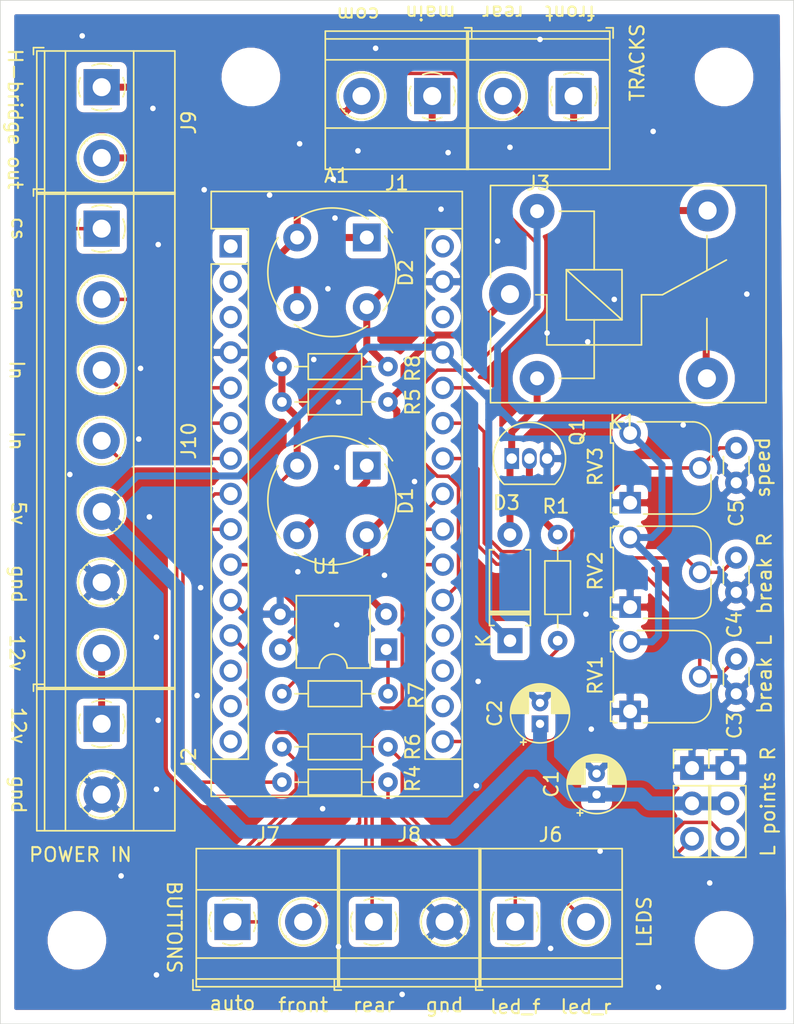
<source format=kicad_pcb>
(kicad_pcb (version 20171130) (host pcbnew "(5.1.6)-1")
  (layers (0 F.Cu signal) (31 B.Cu signal) (34 B.Paste user) (35 F.Paste user) (36 B.SilkS user) (37 F.SilkS user) (38 B.Mask user) (39 F.Mask user) (44 Edge.Cuts user))
  (net 0 "")
  (net 1 +5V)
  (net 2 GND)
  (net 3 "Net-(A1-Pad28)")
  (net 4 /detector)
  (net 5 /status2)
  (net 6 /status1)
  (net 7 /sw2)
  (net 8 /sw1)
  (net 9 /IN2)
  (net 10 /auto_manual)
  (net 11 /IN1)
  (net 12 /speed)
  (net 13 "Net-(A1-Pad3)")
  (net 14 "Net-(A1-Pad18)")
  (net 15 "Net-(A1-Pad2)")
  (net 16 "Net-(A1-Pad17)")
  (net 17 "Net-(A1-Pad1)")
  (net 18 "Net-(D1-Pad1)")
  (net 19 "Net-(D2-Pad1)")
  (net 20 "Net-(D3-Pad2)")
  (net 21 /blue)
  (net 22 "Net-(Q1-Pad2)")
  (net 23 "Net-(R7-Pad2)")
  (net 24 /servo1)
  (net 25 /servo2)
  (net 26 /runout2)
  (net 27 /runout1)
  (net 28 "Net-(A1-Pad19)")
  (net 29 /enable)
  (net 30 /led1)
  (net 31 /led2)
  (net 32 /relayPin)
  (net 33 /JP3)
  (net 34 /JP2)
  (net 35 /JP1)
  (net 36 /shortCircuit)
  (net 37 /redIn)
  (net 38 /slidings)
  (net 39 /redOut)
  (net 40 /frontTrack)
  (net 41 /rearTrack)
  (net 42 "Net-(A1-Pad30)")
  (net 43 +12V)
  (module Capacitor_THT:CP_Radial_D4.0mm_P1.50mm (layer F.Cu) (at 104.775 92.456 90)
    (fp_text reference C2 (at 0.75 -3.25 90) (layer F.SilkS))
    (fp_text value CP)
    (pad 2 thru_hole circle (at 1.5 0 90) (size 1.2 1.2) (drill 0.6) (layers *.Cu *.Mask) (net 2 GND))
    (pad 1 thru_hole rect (at 0 0 90) (size 1.2 1.2) (drill 0.6) (layers *.Cu *.Mask) (net 1 +5V))
  )
  (module Capacitor_THT:CP_Radial_D4.0mm_P1.50mm (layer F.Cu) (at 108.839 97.536 90)
    (fp_text reference C1 (at 0.75 -3.25 90) (layer F.SilkS))
    (fp_text value CP)
    (pad 2 thru_hole circle (at 1.5 0 90) (size 1.2 1.2) (drill 0.6) (layers *.Cu *.Mask) (net 2 GND))
    (pad 1 thru_hole rect (at 0 0 90) (size 1.2 1.2) (drill 0.6) (layers *.Cu *.Mask) (net 1 +5V))
  )
  (module MountingHole:MountingHole_3.2mm_M3 (layer F.Cu) (at 118 46)
    (fp_text reference REF**)
    (fp_text value MountingHole_3.2mm_M3)
    (pad 1 np_thru_hole circle (at 0 0) (size 3.2 3.2) (drill 3.2) (layers *.Cu *.Mask))
  )
  (module MountingHole:MountingHole_3.2mm_M3 (layer F.Cu) (at 118 108)
    (fp_text reference REF**)
    (fp_text value MountingHole_3.2mm_M3)
    (pad 1 np_thru_hole circle (at 0 0) (size 3.2 3.2) (drill 3.2) (layers *.Cu *.Mask))
  )
  (module MountingHole:MountingHole_3.2mm_M3 (layer F.Cu) (at 84 46)
    (fp_text reference REF**)
    (fp_text value MountingHole_3.2mm_M3)
    (pad 1 np_thru_hole circle (at 0 0) (size 3.2 3.2) (drill 3.2) (layers *.Cu *.Mask))
  )
  (module MountingHole:MountingHole_3.2mm_M3 (layer F.Cu) (at 71.5 108)
    (fp_text reference REF**)
    (fp_text value MountingHole_3.2mm_M3)
    (pad 1 np_thru_hole circle (at 0 0) (size 3.2 3.2) (drill 3.2) (layers *.Cu *.Mask))
  )
  (module Package_DIP:DIP-4_W7.62mm (layer F.Cu) (at 93.726 87.122 180)
    (fp_text reference U1 (at 4.318 5.969) (layer F.SilkS))
    (fp_text value EL814)
    (pad 4 thru_hole oval (at 7.62 0 180) (size 1.6 1.6) (drill 0.8) (layers *.Cu *.Mask) (net 4 /detector))
    (pad 2 thru_hole oval (at 0 2.54 180) (size 1.6 1.6) (drill 0.8) (layers *.Cu *.Mask) (net 38 /slidings))
    (pad 3 thru_hole oval (at 7.62 2.54 180) (size 1.6 1.6) (drill 0.8) (layers *.Cu *.Mask) (net 2 GND))
    (pad 1 thru_hole rect (at 0 0 180) (size 1.6 1.6) (drill 0.8) (layers *.Cu *.Mask) (net 23 "Net-(R7-Pad2)"))
  )
  (module Potentiometer_THT:Potentiometer_Runtron_RM-065_Vertical (layer F.Cu) (at 111.252 76.581 90)
    (fp_text reference RV3 (at 2.6 -2.5 90) (layer F.SilkS))
    (fp_text value R_POT)
    (pad 2 thru_hole circle (at 2.5 5 90) (size 1.55 1.55) (drill 1) (layers *.Cu *.Mask) (net 12 /speed))
    (pad 1 thru_hole rect (at 0 0 90) (size 1.55 1.55) (drill 1) (layers *.Cu *.Mask) (net 2 GND))
    (pad 3 thru_hole circle (at 5 0 90) (size 1.55 1.55) (drill 1) (layers *.Cu *.Mask) (net 1 +5V))
  )
  (module Potentiometer_THT:Potentiometer_Runtron_RM-065_Vertical (layer F.Cu) (at 111.252 84.074 90)
    (fp_text reference RV2 (at 2.6 -2.5 90) (layer F.SilkS))
    (fp_text value R_POT)
    (pad 2 thru_hole circle (at 2.5 5 90) (size 1.55 1.55) (drill 1) (layers *.Cu *.Mask) (net 26 /runout2))
    (pad 1 thru_hole rect (at 0 0 90) (size 1.55 1.55) (drill 1) (layers *.Cu *.Mask) (net 2 GND))
    (pad 3 thru_hole circle (at 5 0 90) (size 1.55 1.55) (drill 1) (layers *.Cu *.Mask) (net 1 +5V))
  )
  (module Potentiometer_THT:Potentiometer_Runtron_RM-065_Vertical (layer F.Cu) (at 111.252 91.567 90)
    (fp_text reference RV1 (at 2.6 -2.5 90) (layer F.SilkS))
    (fp_text value R_POT)
    (pad 2 thru_hole circle (at 2.5 5 90) (size 1.55 1.55) (drill 1) (layers *.Cu *.Mask) (net 27 /runout1))
    (pad 1 thru_hole rect (at 0 0 90) (size 1.55 1.55) (drill 1) (layers *.Cu *.Mask) (net 2 GND))
    (pad 3 thru_hole circle (at 5 0 90) (size 1.55 1.55) (drill 1) (layers *.Cu *.Mask) (net 1 +5V))
  )
  (module Resistor_THT:R_Axial_DIN0204_L3.6mm_D1.6mm_P7.62mm_Horizontal (layer F.Cu) (at 86.233 66.802)
    (fp_text reference R8 (at 9.398 0.127 90) (layer F.SilkS))
    (fp_text value 4k7)
    (pad 2 thru_hole oval (at 7.62 0) (size 1.4 1.4) (drill 0.7) (layers *.Cu *.Mask) (net 39 /redOut))
    (pad 1 thru_hole circle (at 0 0) (size 1.4 1.4) (drill 0.7) (layers *.Cu *.Mask) (net 37 /redIn))
  )
  (module Resistor_THT:R_Axial_DIN0204_L3.6mm_D1.6mm_P7.62mm_Horizontal (layer F.Cu) (at 86.233 90.297)
    (fp_text reference R7 (at 9.652 0.127 90) (layer F.SilkS))
    (fp_text value 33R)
    (pad 2 thru_hole oval (at 7.62 0) (size 1.4 1.4) (drill 0.7) (layers *.Cu *.Mask) (net 23 "Net-(R7-Pad2)"))
    (pad 1 thru_hole circle (at 0 0) (size 1.4 1.4) (drill 0.7) (layers *.Cu *.Mask) (net 37 /redIn))
  )
  (module Resistor_THT:R_Axial_DIN0204_L3.6mm_D1.6mm_P7.62mm_Horizontal (layer F.Cu) (at 86.233 94.107)
    (fp_text reference R6 (at 9.398 0 90) (layer F.SilkS))
    (fp_text value 330R)
    (pad 2 thru_hole oval (at 7.62 0) (size 1.4 1.4) (drill 0.7) (layers *.Cu *.Mask) (net 30 /led1))
    (pad 1 thru_hole circle (at 0 0) (size 1.4 1.4) (drill 0.7) (layers *.Cu *.Mask) (net 5 /status2))
  )
  (module Resistor_THT:R_Axial_DIN0204_L3.6mm_D1.6mm_P7.62mm_Horizontal (layer F.Cu) (at 93.853 69.342 180)
    (fp_text reference R5 (at -1.778 0 90) (layer F.SilkS))
    (fp_text value 4k7)
    (pad 2 thru_hole oval (at 7.62 0 180) (size 1.4 1.4) (drill 0.7) (layers *.Cu *.Mask) (net 37 /redIn))
    (pad 1 thru_hole circle (at 0 0 180) (size 1.4 1.4) (drill 0.7) (layers *.Cu *.Mask) (net 38 /slidings))
  )
  (module Resistor_THT:R_Axial_DIN0204_L3.6mm_D1.6mm_P7.62mm_Horizontal (layer F.Cu) (at 86.233 96.647)
    (fp_text reference R4 (at 9.398 -0.254 90) (layer F.SilkS))
    (fp_text value 330R)
    (pad 2 thru_hole oval (at 7.62 0) (size 1.4 1.4) (drill 0.7) (layers *.Cu *.Mask) (net 31 /led2))
    (pad 1 thru_hole circle (at 0 0) (size 1.4 1.4) (drill 0.7) (layers *.Cu *.Mask) (net 6 /status1))
  )
  (module Resistor_THT:R_Axial_DIN0204_L3.6mm_D1.6mm_P7.62mm_Horizontal (layer F.Cu) (at 106.045 86.487 90)
    (fp_text reference R1 (at 9.652 -0.127) (layer F.SilkS))
    (fp_text value 1k)
    (pad 2 thru_hole oval (at 7.62 0 90) (size 1.4 1.4) (drill 0.7) (layers *.Cu *.Mask) (net 22 "Net-(Q1-Pad2)"))
    (pad 1 thru_hole circle (at 0 0 90) (size 1.4 1.4) (drill 0.7) (layers *.Cu *.Mask) (net 32 /relayPin))
  )
  (module Package_TO_SOT_THT:TO-92_Inline (layer F.Cu) (at 102.743 73.406)
    (fp_text reference Q1 (at 4.699 -1.905 90) (layer F.SilkS))
    (fp_text value BC547)
    (pad 1 thru_hole rect (at 0 0) (size 1.05 1.5) (drill 0.75) (layers *.Cu *.Mask) (net 20 "Net-(D3-Pad2)"))
    (pad 3 thru_hole oval (at 2.54 0) (size 1.05 1.5) (drill 0.75) (layers *.Cu *.Mask) (net 2 GND))
    (pad 2 thru_hole oval (at 1.27 0) (size 1.05 1.5) (drill 0.75) (layers *.Cu *.Mask) (net 22 "Net-(Q1-Pad2)"))
  )
  (module Relay_THT:Relay_SPDT_SANYOU_SRD_Series_Form_C (layer F.Cu) (at 102.616 61.595)
    (fp_text reference K1 (at 8.1 9.2) (layer F.SilkS))
    (fp_text value SPST)
    (pad 1 thru_hole circle (at 0 0 90) (size 3 3) (drill 1.3) (layers *.Cu *.Mask) (net 38 /slidings))
    (pad 5 thru_hole circle (at 1.95 -5.95 90) (size 2.5 2.5) (drill 1) (layers *.Cu *.Mask) (net 1 +5V))
    (pad 4 thru_hole circle (at 14.2 -6 90) (size 3 3) (drill 1.3) (layers *.Cu *.Mask) (net 40 /frontTrack))
    (pad 3 thru_hole circle (at 14.15 6.05 90) (size 3 3) (drill 1.3) (layers *.Cu *.Mask) (net 41 /rearTrack))
    (pad 2 thru_hole circle (at 1.95 6.05 90) (size 2.5 2.5) (drill 1) (layers *.Cu *.Mask) (net 20 "Net-(D3-Pad2)"))
  )
  (module TerminalBlock_Phoenix:TerminalBlock_Phoenix_MKDS-1,5-7-5.08_1x07_P5.08mm_Horizontal (layer F.Cu) (at 73.279 56.896 270)
    (fp_text reference J10 (at 15.24 -6.26 90) (layer F.SilkS))
    (fp_text value H-bridge)
    (pad 7 thru_hole circle (at 30.48 0 270) (size 2.6 2.6) (drill 1.3) (layers *.Cu *.Mask) (net 43 +12V))
    (pad 6 thru_hole circle (at 25.4 0 270) (size 2.6 2.6) (drill 1.3) (layers *.Cu *.Mask) (net 2 GND))
    (pad 5 thru_hole circle (at 20.32 0 270) (size 2.6 2.6) (drill 1.3) (layers *.Cu *.Mask) (net 1 +5V))
    (pad 4 thru_hole circle (at 15.24 0 270) (size 2.6 2.6) (drill 1.3) (layers *.Cu *.Mask) (net 11 /IN1))
    (pad 3 thru_hole circle (at 10.16 0 270) (size 2.6 2.6) (drill 1.3) (layers *.Cu *.Mask) (net 9 /IN2))
    (pad 2 thru_hole circle (at 5.08 0 270) (size 2.6 2.6) (drill 1.3) (layers *.Cu *.Mask) (net 29 /enable))
    (pad 1 thru_hole rect (at 0 0 270) (size 2.6 2.6) (drill 1.3) (layers *.Cu *.Mask) (net 36 /shortCircuit))
  )
  (module TerminalBlock_Phoenix:TerminalBlock_Phoenix_MKDS-1,5-2-5.08_1x02_P5.08mm_Horizontal (layer F.Cu) (at 73.279 46.736 270)
    (fp_text reference J9 (at 2.54 -6.26 90) (layer F.SilkS))
    (fp_text value power)
    (pad 2 thru_hole circle (at 5.08 0 270) (size 2.6 2.6) (drill 1.3) (layers *.Cu *.Mask) (net 37 /redIn))
    (pad 1 thru_hole rect (at 0 0 270) (size 2.6 2.6) (drill 1.3) (layers *.Cu *.Mask) (net 21 /blue))
  )
  (module TerminalBlock_Phoenix:TerminalBlock_Phoenix_MKDS-1,5-2-5.08_1x02_P5.08mm_Horizontal (layer F.Cu) (at 92.837 106.679)
    (fp_text reference J8 (at 2.54 -6.26) (layer F.SilkS))
    (fp_text value power)
    (pad 2 thru_hole circle (at 5.08 0) (size 2.6 2.6) (drill 1.3) (layers *.Cu *.Mask) (net 2 GND))
    (pad 1 thru_hole rect (at 0 0) (size 2.6 2.6) (drill 1.3) (layers *.Cu *.Mask) (net 7 /sw2))
  )
  (module TerminalBlock_Phoenix:TerminalBlock_Phoenix_MKDS-1,5-2-5.08_1x02_P5.08mm_Horizontal (layer F.Cu) (at 82.677 106.679)
    (fp_text reference J7 (at 2.54 -6.26) (layer F.SilkS))
    (fp_text value power)
    (pad 2 thru_hole circle (at 5.08 0) (size 2.6 2.6) (drill 1.3) (layers *.Cu *.Mask) (net 8 /sw1))
    (pad 1 thru_hole rect (at 0 0) (size 2.6 2.6) (drill 1.3) (layers *.Cu *.Mask) (net 10 /auto_manual))
  )
  (module TerminalBlock_Phoenix:TerminalBlock_Phoenix_MKDS-1,5-2-5.08_1x02_P5.08mm_Horizontal (layer F.Cu) (at 102.997 106.68)
    (fp_text reference J6 (at 2.54 -6.26) (layer F.SilkS))
    (fp_text value power)
    (pad 2 thru_hole circle (at 5.08 0) (size 2.6 2.6) (drill 1.3) (layers *.Cu *.Mask) (net 30 /led1))
    (pad 1 thru_hole rect (at 0 0) (size 2.6 2.6) (drill 1.3) (layers *.Cu *.Mask) (net 31 /led2))
  )
  (module Connector_PinHeader_2.54mm:PinHeader_1x03_P2.54mm_Vertical (layer F.Cu) (at 115.697 95.631)
    (fp_text reference J5)
    (fp_text value servo)
    (pad 3 thru_hole oval (at 0 5.08) (size 1.7 1.7) (drill 1) (layers *.Cu *.Mask) (net 24 /servo1))
    (pad 2 thru_hole oval (at 0 2.54) (size 1.7 1.7) (drill 1) (layers *.Cu *.Mask) (net 1 +5V))
    (pad 1 thru_hole rect (at 0 0) (size 1.7 1.7) (drill 1) (layers *.Cu *.Mask) (net 2 GND))
  )
  (module Connector_PinHeader_2.54mm:PinHeader_1x03_P2.54mm_Vertical (layer F.Cu) (at 118.237 95.631)
    (fp_text reference J4)
    (fp_text value servo)
    (pad 3 thru_hole oval (at 0 5.08) (size 1.7 1.7) (drill 1) (layers *.Cu *.Mask) (net 25 /servo2))
    (pad 2 thru_hole oval (at 0 2.54) (size 1.7 1.7) (drill 1) (layers *.Cu *.Mask) (net 1 +5V))
    (pad 1 thru_hole rect (at 0 0) (size 1.7 1.7) (drill 1) (layers *.Cu *.Mask) (net 2 GND))
  )
  (module TerminalBlock_Phoenix:TerminalBlock_Phoenix_MKDS-1,5-2-5.08_1x02_P5.08mm_Horizontal (layer F.Cu) (at 107.188 47.371 180)
    (fp_text reference J3 (at 2.54 -6.26) (layer F.SilkS))
    (fp_text value power)
    (pad 2 thru_hole circle (at 5.08 0 180) (size 2.6 2.6) (drill 1.3) (layers *.Cu *.Mask) (net 41 /rearTrack))
    (pad 1 thru_hole rect (at 0 0 180) (size 2.6 2.6) (drill 1.3) (layers *.Cu *.Mask) (net 40 /frontTrack))
  )
  (module TerminalBlock_Phoenix:TerminalBlock_Phoenix_MKDS-1,5-2-5.08_1x02_P5.08mm_Horizontal (layer F.Cu) (at 73.279 92.456 270)
    (fp_text reference J2 (at 2.54 -6.26 90) (layer F.SilkS))
    (fp_text value power)
    (pad 2 thru_hole circle (at 5.08 0 270) (size 2.6 2.6) (drill 1.3) (layers *.Cu *.Mask) (net 2 GND))
    (pad 1 thru_hole rect (at 0 0 270) (size 2.6 2.6) (drill 1.3) (layers *.Cu *.Mask) (net 43 +12V))
  )
  (module TerminalBlock_Phoenix:TerminalBlock_Phoenix_MKDS-1,5-2-5.08_1x02_P5.08mm_Horizontal (layer F.Cu) (at 97.028 47.371 180)
    (fp_text reference J1 (at 2.54 -6.26) (layer F.SilkS))
    (fp_text value power)
    (pad 2 thru_hole circle (at 5.08 0 180) (size 2.6 2.6) (drill 1.3) (layers *.Cu *.Mask) (net 21 /blue))
    (pad 1 thru_hole rect (at 0 0 180) (size 2.6 2.6) (drill 1.3) (layers *.Cu *.Mask) (net 39 /redOut))
  )
  (module Diode_THT:D_A-405_P7.62mm_Horizontal (layer F.Cu) (at 102.616 86.487 90)
    (fp_text reference D3 (at 9.906 -0.254) (layer F.SilkS))
    (fp_text value D)
    (fp_text user K (at 0 -1.9 90) (layer F.SilkS))
    (pad 2 thru_hole oval (at 7.62 0 90) (size 1.8 1.8) (drill 0.9) (layers *.Cu *.Mask) (net 20 "Net-(D3-Pad2)"))
    (pad 1 thru_hole rect (at 0 0 90) (size 1.8 1.8) (drill 0.9) (layers *.Cu *.Mask) (net 1 +5V))
  )
  (module Diode_THT:Diode_Bridge_Round_D9.0mm (layer F.Cu) (at 92.329 57.531 270)
    (fp_text reference D2 (at 2.54 -2.794 90) (layer F.SilkS))
    (fp_text value D_Bridge_+A-A)
    (pad 1 thru_hole rect (at 0 0 270) (size 2 2) (drill 1) (layers *.Cu *.Mask) (net 19 "Net-(D2-Pad1)"))
    (pad 3 thru_hole oval (at 5 5 270) (size 2 2) (drill 1) (layers *.Cu *.Mask) (net 19 "Net-(D2-Pad1)"))
    (pad 2 thru_hole oval (at 0 5 270) (size 2 2) (drill 1) (layers *.Cu *.Mask) (net 37 /redIn))
    (pad 4 thru_hole oval (at 5 0 270) (size 2 2) (drill 1) (layers *.Cu *.Mask) (net 39 /redOut))
  )
  (module Diode_THT:Diode_Bridge_Round_D9.0mm (layer F.Cu) (at 92.329 73.914 270)
    (fp_text reference D1 (at 2.54 -2.794 90) (layer F.SilkS))
    (fp_text value d)
    (pad 1 thru_hole rect (at 0 0 270) (size 2 2) (drill 1) (layers *.Cu *.Mask) (net 18 "Net-(D1-Pad1)"))
    (pad 3 thru_hole oval (at 5 5 270) (size 2 2) (drill 1) (layers *.Cu *.Mask) (net 18 "Net-(D1-Pad1)"))
    (pad 2 thru_hole oval (at 0 5 270) (size 2 2) (drill 1) (layers *.Cu *.Mask) (net 37 /redIn))
    (pad 4 thru_hole oval (at 5 0 270) (size 2 2) (drill 1) (layers *.Cu *.Mask) (net 38 /slidings))
  )
  (module Capacitor_THT:C_Disc_D3.0mm_W1.6mm_P2.50mm (layer F.Cu) (at 118.872 72.644 270)
    (fp_text reference C5 (at 4.699 0 90) (layer F.SilkS))
    (fp_text value C)
    (pad 2 thru_hole circle (at 2.5 0 270) (size 1.6 1.6) (drill 0.8) (layers *.Cu *.Mask) (net 2 GND))
    (pad 1 thru_hole circle (at 0 0 270) (size 1.6 1.6) (drill 0.8) (layers *.Cu *.Mask) (net 12 /speed))
  )
  (module Capacitor_THT:C_Disc_D3.0mm_W1.6mm_P2.50mm (layer F.Cu) (at 118.872 80.518 270)
    (fp_text reference C4 (at 4.826 0.127 90) (layer F.SilkS))
    (fp_text value C)
    (pad 2 thru_hole circle (at 2.5 0 270) (size 1.6 1.6) (drill 0.8) (layers *.Cu *.Mask) (net 2 GND))
    (pad 1 thru_hole circle (at 0 0 270) (size 1.6 1.6) (drill 0.8) (layers *.Cu *.Mask) (net 26 /runout2))
  )
  (module Capacitor_THT:C_Disc_D3.0mm_W1.6mm_P2.50mm (layer F.Cu) (at 118.872 87.797 270)
    (fp_text reference C3 (at 4.786 0.127 90) (layer F.SilkS))
    (fp_text value C)
    (pad 2 thru_hole circle (at 2.5 0 270) (size 1.6 1.6) (drill 0.8) (layers *.Cu *.Mask) (net 2 GND))
    (pad 1 thru_hole circle (at 0 0 270) (size 1.6 1.6) (drill 0.8) (layers *.Cu *.Mask) (net 27 /runout1))
  )
  (module Module:Arduino_Nano (layer F.Cu) (at 82.55 58.166)
    (fp_text reference A1 (at 7.62 -5.08) (layer F.SilkS))
    (fp_text value Arduino_Nano_v3.x)
    (pad 16 thru_hole oval (at 15.24 35.56) (size 1.6 1.6) (drill 1) (layers *.Cu *.Mask) (net 32 /relayPin))
    (pad 15 thru_hole oval (at 0 35.56) (size 1.6 1.6) (drill 1) (layers *.Cu *.Mask) (net 33 /JP3))
    (pad 30 thru_hole oval (at 15.24 0) (size 1.6 1.6) (drill 1) (layers *.Cu *.Mask) (net 42 "Net-(A1-Pad30)"))
    (pad 14 thru_hole oval (at 0 33.02) (size 1.6 1.6) (drill 1) (layers *.Cu *.Mask) (net 34 /JP2))
    (pad 29 thru_hole oval (at 15.24 2.54) (size 1.6 1.6) (drill 1) (layers *.Cu *.Mask) (net 2 GND))
    (pad 13 thru_hole oval (at 0 30.48) (size 1.6 1.6) (drill 1) (layers *.Cu *.Mask) (net 35 /JP1))
    (pad 28 thru_hole oval (at 15.24 5.08) (size 1.6 1.6) (drill 1) (layers *.Cu *.Mask) (net 3 "Net-(A1-Pad28)"))
    (pad 12 thru_hole oval (at 0 27.94) (size 1.6 1.6) (drill 1) (layers *.Cu *.Mask) (net 24 /servo1))
    (pad 27 thru_hole oval (at 15.24 7.62) (size 1.6 1.6) (drill 1) (layers *.Cu *.Mask) (net 1 +5V))
    (pad 11 thru_hole oval (at 0 25.4) (size 1.6 1.6) (drill 1) (layers *.Cu *.Mask) (net 25 /servo2))
    (pad 26 thru_hole oval (at 15.24 10.16) (size 1.6 1.6) (drill 1) (layers *.Cu *.Mask) (net 12 /speed))
    (pad 10 thru_hole oval (at 0 22.86) (size 1.6 1.6) (drill 1) (layers *.Cu *.Mask) (net 4 /detector))
    (pad 25 thru_hole oval (at 15.24 12.7) (size 1.6 1.6) (drill 1) (layers *.Cu *.Mask) (net 26 /runout2))
    (pad 9 thru_hole oval (at 0 20.32) (size 1.6 1.6) (drill 1) (layers *.Cu *.Mask) (net 6 /status1))
    (pad 24 thru_hole oval (at 15.24 15.24) (size 1.6 1.6) (drill 1) (layers *.Cu *.Mask) (net 27 /runout1))
    (pad 8 thru_hole oval (at 0 17.78) (size 1.6 1.6) (drill 1) (layers *.Cu *.Mask) (net 5 /status2))
    (pad 23 thru_hole oval (at 15.24 17.78) (size 1.6 1.6) (drill 1) (layers *.Cu *.Mask) (net 10 /auto_manual))
    (pad 7 thru_hole oval (at 0 15.24) (size 1.6 1.6) (drill 1) (layers *.Cu *.Mask) (net 11 /IN1))
    (pad 22 thru_hole oval (at 15.24 20.32) (size 1.6 1.6) (drill 1) (layers *.Cu *.Mask) (net 8 /sw1))
    (pad 6 thru_hole oval (at 0 12.7) (size 1.6 1.6) (drill 1) (layers *.Cu *.Mask) (net 9 /IN2))
    (pad 21 thru_hole oval (at 15.24 22.86) (size 1.6 1.6) (drill 1) (layers *.Cu *.Mask) (net 7 /sw2))
    (pad 5 thru_hole oval (at 0 10.16) (size 1.6 1.6) (drill 1) (layers *.Cu *.Mask) (net 29 /enable))
    (pad 20 thru_hole oval (at 15.24 25.4) (size 1.6 1.6) (drill 1) (layers *.Cu *.Mask) (net 36 /shortCircuit))
    (pad 4 thru_hole oval (at 0 7.62) (size 1.6 1.6) (drill 1) (layers *.Cu *.Mask) (net 2 GND))
    (pad 19 thru_hole oval (at 15.24 27.94) (size 1.6 1.6) (drill 1) (layers *.Cu *.Mask) (net 28 "Net-(A1-Pad19)"))
    (pad 3 thru_hole oval (at 0 5.08) (size 1.6 1.6) (drill 1) (layers *.Cu *.Mask) (net 13 "Net-(A1-Pad3)"))
    (pad 18 thru_hole oval (at 15.24 30.48) (size 1.6 1.6) (drill 1) (layers *.Cu *.Mask) (net 14 "Net-(A1-Pad18)"))
    (pad 2 thru_hole oval (at 0 2.54) (size 1.6 1.6) (drill 1) (layers *.Cu *.Mask) (net 15 "Net-(A1-Pad2)"))
    (pad 17 thru_hole oval (at 15.24 33.02) (size 1.6 1.6) (drill 1) (layers *.Cu *.Mask) (net 16 "Net-(A1-Pad17)"))
    (pad 1 thru_hole rect (at 0 0) (size 1.6 1.6) (drill 1) (layers *.Cu *.Mask) (net 17 "Net-(A1-Pad1)"))
  )
  (gr_text "break L" (at 120.904 88.9 90) (layer F.SilkS) (effects (font (size 1 1))))
  (gr_text "break R" (at 120.904 81.661 90) (layer F.SilkS) (effects (font (size 1 1))))
  (gr_text speed (at 120.777 74.041 90) (layer F.SilkS) (effects (font (size 1 1))))
  (gr_text LEDS (at 112.268 106.68 90) (layer F.SilkS) (effects (font (size 1 1))))
  (gr_text BUTTONS (at 78.486 107.061 270) (layer F.SilkS) (effects (font (size 1 1))))
  (gr_text "POWER IN" (at 71.755 101.854) (layer F.SilkS) (effects (font (size 1 1))))
  (gr_text TRACKS (at 111.76 44.958 90) (layer F.SilkS) (effects (font (size 1 1))))
  (gr_text front (at 106.934 41.402 180) (layer F.SilkS) (effects (font (size 1 1))))
  (gr_text rear (at 102.108 41.402 180) (layer F.SilkS) (effects (font (size 1 1))))
  (gr_text main (at 96.901 41.402 180) (layer F.SilkS) (effects (font (size 1 1))))
  (gr_text com (at 91.694 41.529 180) (layer F.SilkS) (effects (font (size 1 1))))
  (gr_line (start 123 114) (end 66 114) (layer Edge.Cuts) (width 0.05))
  (gr_line (start 123 40.5) (end 123 114) (layer Edge.Cuts) (width 0.05))
  (gr_line (start 66 40.5) (end 123 40.5) (layer Edge.Cuts) (width 0.05))
  (gr_line (start 66 114) (end 66 40.5) (layer Edge.Cuts) (width 0.05))
  (gr_text "L points R" (at 121.158 98.044 90) (layer F.SilkS) (effects (font (size 1 1))))
  (gr_text "H-bridge out " (at 67.056 49.403 270) (layer F.SilkS) (effects (font (size 1 1))))
  (gr_text cs (at 67.31 56.896 270) (layer F.SilkS) (effects (font (size 1 1))))
  (gr_text en (at 67.31 61.976 270) (layer F.SilkS) (effects (font (size 1 1))))
  (gr_text In (at 67.183 67.056 270) (layer F.SilkS) (effects (font (size 1 1))))
  (gr_text In (at 67.183 72.136 270) (layer F.SilkS) (effects (font (size 1 1))))
  (gr_text 5v (at 67.31 77.343 270) (layer F.SilkS) (effects (font (size 1 1))))
  (gr_text gnd (at 67.31 82.423 270) (layer F.SilkS) (effects (font (size 1 1))))
  (gr_text gnd (at 67.31 97.536 270) (layer F.SilkS) (effects (font (size 1 1))))
  (gr_text 12v (at 67.183 87.376 270) (layer F.SilkS) (effects (font (size 1 1))))
  (gr_text 12v (at 67.31 92.583 270) (layer F.SilkS) (effects (font (size 1 1))))
  (gr_text gnd (at 97.917 112.649) (layer F.SilkS) (effects (font (size 1 1))))
  (gr_text led_r (at 108.077 112.776) (layer F.SilkS) (effects (font (size 1 1))))
  (gr_text led_f (at 102.997 112.776) (layer F.SilkS) (effects (font (size 1 1))))
  (gr_text rear (at 92.837 112.649) (layer F.SilkS) (effects (font (size 1 1))))
  (gr_text front (at 87.757 112.649) (layer F.SilkS) (effects (font (size 1 1))))
  (gr_text auto (at 82.677 112.522) (layer F.SilkS) (effects (font (size 1 1))))
  (segment (start 97.409 65.405) (end 97.79 65.786) (width 0.5) (layer B.Cu) (net 1))
  (segment (start 92.401002 65.405) (end 97.409 65.405) (width 0.5) (layer B.Cu) (net 1))
  (segment (start 73.279 77.216) (end 75.838999 74.656001) (width 0.5) (layer B.Cu) (net 1))
  (segment (start 83.150001 74.656001) (end 92.401002 65.405) (width 0.5) (layer B.Cu) (net 1))
  (segment (start 75.838999 74.656001) (end 83.150001 74.656001) (width 0.5) (layer B.Cu) (net 1))
  (segment (start 110.664 70.993) (end 111.252 71.581) (width 0.5) (layer B.Cu) (net 1))
  (segment (start 102.997 70.993) (end 110.664 70.993) (width 0.5) (layer B.Cu) (net 1))
  (segment (start 111.252 79.074) (end 112.823 79.074) (width 0.5) (layer B.Cu) (net 1))
  (segment (start 112.823 79.074) (end 113.538 78.359) (width 0.5) (layer B.Cu) (net 1))
  (segment (start 113.538 73.867) (end 111.252 71.581) (width 0.5) (layer B.Cu) (net 1))
  (segment (start 113.538 78.359) (end 113.538 73.867) (width 0.5) (layer B.Cu) (net 1))
  (segment (start 111.252 79.074) (end 113.284 81.106) (width 0.5) (layer B.Cu) (net 1))
  (segment (start 113.284 81.106) (end 113.284 86.106) (width 0.5) (layer B.Cu) (net 1))
  (segment (start 112.823 86.567) (end 111.252 86.567) (width 0.5) (layer B.Cu) (net 1))
  (segment (start 113.284 86.106) (end 112.823 86.567) (width 0.5) (layer B.Cu) (net 1))
  (segment (start 102.616 86.487) (end 101.092 84.963) (width 0.5) (layer B.Cu) (net 1))
  (segment (start 101.092 84.963) (end 101.092 70.612) (width 0.5) (layer B.Cu) (net 1))
  (segment (start 101.6 70.104) (end 102.108 70.104) (width 0.5) (layer B.Cu) (net 1))
  (segment (start 102.108 70.104) (end 102.997 70.993) (width 0.5) (layer B.Cu) (net 1))
  (segment (start 101.4095 69.7865) (end 101.092 69.469) (width 0.5) (layer B.Cu) (net 1))
  (segment (start 101.4095 70.2945) (end 101.4095 69.7865) (width 0.5) (layer B.Cu) (net 1))
  (segment (start 101.092 70.612) (end 101.4095 70.2945) (width 0.5) (layer B.Cu) (net 1))
  (segment (start 101.4095 70.2945) (end 101.6 70.104) (width 0.5) (layer B.Cu) (net 1))
  (segment (start 101.092 69.469) (end 101.092 69.088) (width 0.5) (layer B.Cu) (net 1))
  (segment (start 101.092 70.612) (end 101.092 69.469) (width 0.5) (layer B.Cu) (net 1))
  (segment (start 104.566 55.645) (end 104.566001 62.531001) (width 0.5) (layer B.Cu) (net 1))
  (segment (start 101.092 69.088) (end 101.727 69.723) (width 0.5) (layer B.Cu) (net 1))
  (segment (start 104.566001 62.531001) (end 101.727 65.370002) (width 0.5) (layer B.Cu) (net 1))
  (segment (start 101.727 69.723) (end 102.108 70.104) (width 0.5) (layer B.Cu) (net 1))
  (segment (start 101.727 65.370002) (end 101.727 68.326) (width 0.5) (layer B.Cu) (net 1))
  (segment (start 101.346 68.707) (end 100.711 68.707) (width 0.5) (layer B.Cu) (net 1))
  (segment (start 97.79 65.786) (end 100.711 68.707) (width 0.5) (layer B.Cu) (net 1))
  (segment (start 101.727 68.326) (end 101.346 68.707) (width 0.5) (layer B.Cu) (net 1))
  (segment (start 100.711 68.707) (end 101.092 69.088) (width 0.5) (layer B.Cu) (net 1))
  (segment (start 101.473 69.088) (end 101.727 68.834) (width 0.5) (layer B.Cu) (net 1))
  (segment (start 101.092 69.088) (end 101.473 69.088) (width 0.5) (layer B.Cu) (net 1))
  (segment (start 101.727 68.326) (end 101.727 68.834) (width 0.5) (layer B.Cu) (net 1))
  (segment (start 101.727 68.834) (end 101.727 69.723) (width 0.5) (layer B.Cu) (net 1))
  (segment (start 73.279 77.216) (end 78.74 82.677) (width 1) (layer B.Cu) (net 1))
  (segment (start 78.74 82.677) (end 78.74 95.504) (width 1) (layer B.Cu) (net 1))
  (segment (start 78.74 95.504) (end 83.439 100.203) (width 1) (layer B.Cu) (net 1))
  (segment (start 103.482002 95.25) (end 104.775 95.25) (width 1) (layer B.Cu) (net 1))
  (segment (start 98.529002 100.203) (end 103.482002 95.25) (width 1) (layer B.Cu) (net 1))
  (segment (start 83.439 100.203) (end 98.529002 100.203) (width 1) (layer B.Cu) (net 1))
  (segment (start 104.775 95.25) (end 107.061 97.536) (width 1) (layer B.Cu) (net 1))
  (segment (start 108.839 97.536) (end 107.061 97.536) (width 1) (layer B.Cu) (net 1))
  (segment (start 103.505 95.25) (end 104.775 93.98) (width 1) (layer B.Cu) (net 1))
  (segment (start 103.482002 95.25) (end 103.505 95.25) (width 1) (layer B.Cu) (net 1))
  (segment (start 104.775 92.456) (end 104.775 93.98) (width 1) (layer B.Cu) (net 1))
  (segment (start 104.775 93.98) (end 104.775 95.25) (width 1) (layer B.Cu) (net 1))
  (segment (start 108.839 97.536) (end 112.014 97.536) (width 1) (layer B.Cu) (net 1))
  (segment (start 112.014 97.536) (end 112.649 98.171) (width 1) (layer B.Cu) (net 1))
  (segment (start 112.649 98.171) (end 118.237 98.171) (width 1) (layer B.Cu) (net 1))
  (via (at 89.154 98.552) (size 0.8) (drill 0.4) (layers F.Cu B.Cu) (net 2))
  (via (at 90.17 85.344) (size 0.8) (drill 0.4) (layers F.Cu B.Cu) (net 2))
  (via (at 90.17 74.041) (size 0.8) (drill 0.4) (layers F.Cu B.Cu) (net 2))
  (via (at 90.297 69.342) (size 0.8) (drill 0.4) (layers F.Cu B.Cu) (net 2))
  (via (at 88.519 66.294) (size 0.8) (drill 0.4) (layers F.Cu B.Cu) (net 2))
  (via (at 89.535 61.214) (size 0.8) (drill 0.4) (layers F.Cu B.Cu) (net 2))
  (via (at 89.916 53.34) (size 0.8) (drill 0.4) (layers F.Cu B.Cu) (net 2))
  (via (at 80.645 54.102) (size 0.8) (drill 0.4) (layers F.Cu B.Cu) (net 2))
  (via (at 77.343 58.039) (size 0.8) (drill 0.4) (layers F.Cu B.Cu) (net 2))
  (via (at 76.073 66.929) (size 0.8) (drill 0.4) (layers F.Cu B.Cu) (net 2))
  (via (at 75.946 72.009) (size 0.8) (drill 0.4) (layers F.Cu B.Cu) (net 2))
  (via (at 76.708 77.597) (size 0.8) (drill 0.4) (layers F.Cu B.Cu) (net 2))
  (via (at 70.993 74.549) (size 0.8) (drill 0.4) (layers F.Cu B.Cu) (net 2))
  (via (at 77.216 86.233) (size 0.8) (drill 0.4) (layers F.Cu B.Cu) (net 2))
  (via (at 77.216 97.155) (size 0.8) (drill 0.4) (layers F.Cu B.Cu) (net 2))
  (via (at 74.676 103.378) (size 0.8) (drill 0.4) (layers F.Cu B.Cu) (net 2))
  (via (at 77.216 110.49) (size 0.8) (drill 0.4) (layers F.Cu B.Cu) (net 2))
  (via (at 90.297 108.458) (size 0.8) (drill 0.4) (layers F.Cu B.Cu) (net 2))
  (via (at 94.869 111.887) (size 0.8) (drill 0.4) (layers F.Cu B.Cu) (net 2))
  (via (at 105.537 108.585) (size 0.8) (drill 0.4) (layers F.Cu B.Cu) (net 2))
  (via (at 113.284 111.379) (size 0.8) (drill 0.4) (layers F.Cu B.Cu) (net 2))
  (via (at 116.967 103.886) (size 0.8) (drill 0.4) (layers F.Cu B.Cu) (net 2))
  (via (at 109.093 101.6) (size 0.8) (drill 0.4) (layers F.Cu B.Cu) (net 2))
  (via (at 100.203 96.901) (size 0.8) (drill 0.4) (layers F.Cu B.Cu) (net 2))
  (via (at 100.33 89.408) (size 0.8) (drill 0.4) (layers F.Cu B.Cu) (net 2))
  (via (at 108.458 92.837) (size 0.8) (drill 0.4) (layers F.Cu B.Cu) (net 2))
  (via (at 108.077 84.582) (size 0.8) (drill 0.4) (layers F.Cu B.Cu) (net 2))
  (via (at 115.062 70.993) (size 0.8) (drill 0.4) (layers F.Cu B.Cu) (net 2))
  (via (at 110.109 61.976) (size 0.8) (drill 0.4) (layers F.Cu B.Cu) (net 2))
  (via (at 119.634 61.595) (size 0.8) (drill 0.4) (layers F.Cu B.Cu) (net 2))
  (via (at 112.903 49.911) (size 0.8) (drill 0.4) (layers F.Cu B.Cu) (net 2))
  (via (at 104.775 43.307) (size 0.8) (drill 0.4) (layers F.Cu B.Cu) (net 2))
  (via (at 92.964 43.942) (size 0.8) (drill 0.4) (layers F.Cu B.Cu) (net 2))
  (via (at 71.882 43.053) (size 0.8) (drill 0.4) (layers F.Cu B.Cu) (net 2))
  (via (at 91.694 51.308) (size 0.8) (drill 0.4) (layers F.Cu B.Cu) (net 2))
  (via (at 76.962 48.26) (size 0.8) (drill 0.4) (layers F.Cu B.Cu) (net 2))
  (via (at 87.503 50.8) (size 0.8) (drill 0.4) (layers F.Cu B.Cu) (net 2))
  (via (at 90.043 56.134) (size 0.8) (drill 0.4) (layers F.Cu B.Cu) (net 2))
  (via (at 97.663 55.499) (size 0.8) (drill 0.4) (layers F.Cu B.Cu) (net 2))
  (via (at 101.727 57.785) (size 0.8) (drill 0.4) (layers F.Cu B.Cu) (net 2))
  (via (at 108.204 65.024) (size 0.8) (drill 0.4) (layers F.Cu B.Cu) (net 2))
  (via (at 105.283 64.389) (size 0.8) (drill 0.4) (layers F.Cu B.Cu) (net 2))
  (via (at 95.758 75.057) (size 0.8) (drill 0.4) (layers F.Cu B.Cu) (net 2))
  (via (at 93.599 81.788) (size 0.8) (drill 0.4) (layers F.Cu B.Cu) (net 2))
  (via (at 87.376 81.534) (size 0.8) (drill 0.4) (layers F.Cu B.Cu) (net 2))
  (via (at 80.391 82.677) (size 0.8) (drill 0.4) (layers F.Cu B.Cu) (net 2))
  (via (at 80.137 90.424) (size 0.8) (drill 0.4) (layers F.Cu B.Cu) (net 2))
  (via (at 77.343 92.202) (size 0.8) (drill 0.4) (layers F.Cu B.Cu) (net 2))
  (via (at 102.616 51.054) (size 0.8) (drill 0.4) (layers F.Cu B.Cu) (net 2))
  (via (at 98.171 51.435) (size 0.8) (drill 0.4) (layers F.Cu B.Cu) (net 2))
  (via (at 85.344 54.483) (size 0.8) (drill 0.4) (layers F.Cu B.Cu) (net 2))
  (segment (start 87.231001 85.996999) (end 87.231001 84.041999) (width 0.25) (layer F.Cu) (net 4))
  (segment (start 84.215002 81.026) (end 82.55 81.026) (width 0.25) (layer F.Cu) (net 4))
  (segment (start 87.231001 84.041999) (end 84.215002 81.026) (width 0.25) (layer F.Cu) (net 4))
  (segment (start 86.106 87.122) (end 87.231001 85.996999) (width 0.25) (layer F.Cu) (net 4))
  (segment (start 87.258001 95.132001) (end 86.233 94.107) (width 0.25) (layer F.Cu) (net 5))
  (segment (start 87.258001 97.139001) (end 87.258001 95.132001) (width 0.25) (layer F.Cu) (net 5))
  (segment (start 86.725001 97.672001) (end 87.258001 97.139001) (width 0.25) (layer F.Cu) (net 5))
  (segment (start 80.779591 97.672001) (end 86.725001 97.672001) (width 0.25) (layer F.Cu) (net 5))
  (segment (start 78.67099 78.69364) (end 78.670991 95.563401) (width 0.25) (layer F.Cu) (net 5))
  (segment (start 81.41863 75.946) (end 78.67099 78.69364) (width 0.25) (layer F.Cu) (net 5))
  (segment (start 78.670991 95.563401) (end 80.779591 97.672001) (width 0.25) (layer F.Cu) (net 5))
  (segment (start 82.55 75.946) (end 81.41863 75.946) (width 0.25) (layer F.Cu) (net 5))
  (segment (start 86.233 96.647) (end 80.391 96.647) (width 0.25) (layer F.Cu) (net 6))
  (segment (start 80.391 96.647) (end 79.121 95.377) (width 0.25) (layer F.Cu) (net 6))
  (segment (start 79.121 95.377) (end 79.121 79.756) (width 0.25) (layer F.Cu) (net 6))
  (segment (start 80.391 78.486) (end 82.55 78.486) (width 0.25) (layer F.Cu) (net 6))
  (segment (start 79.121 79.756) (end 80.391 78.486) (width 0.25) (layer F.Cu) (net 6))
  (segment (start 92.71 93.472) (end 92.71 106.552) (width 0.25) (layer F.Cu) (net 7))
  (segment (start 92.71 106.552) (end 92.837 106.679) (width 0.25) (layer F.Cu) (net 7))
  (segment (start 94.717801 92.222019) (end 93.959981 92.222019) (width 0.25) (layer F.Cu) (net 7))
  (segment (start 95.77802 91.161802) (end 94.717801 92.222019) (width 0.25) (layer F.Cu) (net 7))
  (segment (start 96.139 81.026) (end 95.778021 81.386979) (width 0.25) (layer F.Cu) (net 7))
  (segment (start 93.959981 92.222019) (end 92.71 93.472) (width 0.25) (layer F.Cu) (net 7))
  (segment (start 95.778021 81.386979) (end 95.77802 91.161802) (width 0.25) (layer F.Cu) (net 7))
  (segment (start 97.79 81.026) (end 96.139 81.026) (width 0.25) (layer F.Cu) (net 7))
  (segment (start 87.757 106.426) (end 87.757 106.679) (width 0.25) (layer F.Cu) (net 8))
  (segment (start 93.77358 91.77201) (end 92.25999 93.2856) (width 0.25) (layer F.Cu) (net 8))
  (segment (start 96.266 78.486) (end 95.328011 79.423989) (width 0.25) (layer F.Cu) (net 8))
  (segment (start 95.328011 90.975401) (end 94.531402 91.77201) (width 0.25) (layer F.Cu) (net 8))
  (segment (start 92.25999 101.92301) (end 87.757 106.426) (width 0.25) (layer F.Cu) (net 8))
  (segment (start 95.328011 79.423989) (end 95.328011 90.975401) (width 0.25) (layer F.Cu) (net 8))
  (segment (start 97.79 78.486) (end 96.266 78.486) (width 0.25) (layer F.Cu) (net 8))
  (segment (start 92.25999 93.2856) (end 92.25999 101.92301) (width 0.25) (layer F.Cu) (net 8))
  (segment (start 94.531402 91.77201) (end 93.77358 91.77201) (width 0.25) (layer F.Cu) (net 8))
  (segment (start 77.089 70.866) (end 82.55 70.866) (width 0.25) (layer F.Cu) (net 9))
  (segment (start 73.279 67.056) (end 77.089 70.866) (width 0.25) (layer F.Cu) (net 9))
  (segment (start 92.76799 92.14119) (end 92.76799 91.908012) (width 0.25) (layer F.Cu) (net 10))
  (segment (start 84.71 106.679) (end 91.80998 99.57902) (width 0.25) (layer F.Cu) (net 10))
  (segment (start 91.809981 93.099199) (end 92.76799 92.14119) (width 0.25) (layer F.Cu) (net 10))
  (segment (start 91.80998 99.57902) (end 91.809981 93.099199) (width 0.25) (layer F.Cu) (net 10))
  (segment (start 92.76799 91.908012) (end 93.354001 91.322001) (width 0.25) (layer F.Cu) (net 10))
  (segment (start 82.677 106.679) (end 84.71 106.679) (width 0.25) (layer F.Cu) (net 10))
  (segment (start 94.345001 91.322001) (end 93.354001 91.322001) (width 0.25) (layer F.Cu) (net 10))
  (segment (start 94.878001 90.789001) (end 94.345001 91.322001) (width 0.25) (layer F.Cu) (net 10))
  (segment (start 94.878001 78.857999) (end 94.878001 90.789001) (width 0.25) (layer F.Cu) (net 10))
  (segment (start 97.79 75.946) (end 94.878001 78.857999) (width 0.25) (layer F.Cu) (net 10))
  (segment (start 74.549 73.406) (end 73.279 72.136) (width 0.25) (layer F.Cu) (net 11))
  (segment (start 82.55 73.406) (end 74.549 73.406) (width 0.25) (layer F.Cu) (net 11))
  (segment (start 117.689 72.644) (end 116.252 74.081) (width 0.25) (layer F.Cu) (net 12))
  (segment (start 118.872 72.644) (end 117.689 72.644) (width 0.25) (layer F.Cu) (net 12))
  (segment (start 102.027999 80.092001) (end 101.219 79.283002) (width 0.25) (layer F.Cu) (net 12))
  (segment (start 111.616998 74.081) (end 107.070001 78.627997) (width 0.25) (layer F.Cu) (net 12))
  (segment (start 116.252 74.081) (end 111.616998 74.081) (width 0.25) (layer F.Cu) (net 12))
  (segment (start 107.070001 78.627997) (end 107.070001 79.359001) (width 0.25) (layer F.Cu) (net 12))
  (segment (start 107.070001 79.359001) (end 106.337001 80.092001) (width 0.25) (layer F.Cu) (net 12))
  (segment (start 106.337001 80.092001) (end 102.027999 80.092001) (width 0.25) (layer F.Cu) (net 12))
  (segment (start 101.219 79.283002) (end 101.219 69.088) (width 0.25) (layer F.Cu) (net 12))
  (segment (start 100.457 68.326) (end 97.79 68.326) (width 0.25) (layer F.Cu) (net 12))
  (segment (start 101.219 69.088) (end 100.457 68.326) (width 0.25) (layer F.Cu) (net 12))
  (segment (start 92.329 73.914) (end 92.329 75.057) (width 0.5) (layer F.Cu) (net 18))
  (segment (start 92.329 75.057) (end 90.805 76.581) (width 0.5) (layer F.Cu) (net 18))
  (segment (start 89.662 76.581) (end 87.329 78.914) (width 0.5) (layer F.Cu) (net 18))
  (segment (start 90.805 76.581) (end 89.662 76.581) (width 0.5) (layer F.Cu) (net 18))
  (segment (start 92.329 57.531) (end 90.678 57.531) (width 0.5) (layer F.Cu) (net 19))
  (segment (start 87.329 60.88) (end 87.329 62.531) (width 0.5) (layer F.Cu) (net 19))
  (segment (start 90.678 57.531) (end 87.329 60.88) (width 0.5) (layer F.Cu) (net 19))
  (segment (start 104.566 67.645) (end 104.566 69.678) (width 0.5) (layer F.Cu) (net 20))
  (segment (start 102.743 71.501) (end 102.743 73.406) (width 0.5) (layer F.Cu) (net 20))
  (segment (start 104.566 69.678) (end 102.743 71.501) (width 0.5) (layer F.Cu) (net 20))
  (segment (start 102.616 73.533) (end 102.743 73.406) (width 0.5) (layer F.Cu) (net 20))
  (segment (start 102.616 78.867) (end 102.616 73.533) (width 0.5) (layer F.Cu) (net 20))
  (segment (start 73.279 46.736) (end 81.236 46.736) (width 0.5) (layer F.Cu) (net 21))
  (segment (start 81.236 46.736) (end 83 48.5) (width 0.5) (layer F.Cu) (net 21))
  (segment (start 90.819 48.5) (end 91.948 47.371) (width 0.5) (layer F.Cu) (net 21))
  (segment (start 83 48.5) (end 90.819 48.5) (width 0.5) (layer F.Cu) (net 21))
  (segment (start 104.013 76.835) (end 106.045 78.867) (width 0.5) (layer F.Cu) (net 22))
  (segment (start 104.013 73.406) (end 104.013 76.835) (width 0.5) (layer F.Cu) (net 22))
  (segment (start 93.853 87.249) (end 93.726 87.122) (width 0.25) (layer F.Cu) (net 23))
  (segment (start 93.853 90.297) (end 93.853 87.249) (width 0.25) (layer F.Cu) (net 23))
  (segment (start 82.55 86.106) (end 83.82 87.376) (width 0.25) (layer F.Cu) (net 24))
  (segment (start 83.82 91.059) (end 85.842999 93.081999) (width 0.25) (layer F.Cu) (net 24))
  (segment (start 83.82 87.376) (end 83.82 91.059) (width 0.25) (layer F.Cu) (net 24))
  (segment (start 87.70801 94.065008) (end 87.70801 97.325402) (width 0.25) (layer F.Cu) (net 24))
  (segment (start 87.70801 97.325402) (end 81.782412 103.251) (width 0.25) (layer F.Cu) (net 24))
  (segment (start 85.842999 93.081999) (end 86.725001 93.081999) (width 0.25) (layer F.Cu) (net 24))
  (segment (start 86.725001 93.081999) (end 87.70801 94.065008) (width 0.25) (layer F.Cu) (net 24))
  (segment (start 81.782412 103.251) (end 81.28 103.251) (width 0.25) (layer F.Cu) (net 24))
  (segment (start 81.28 103.251) (end 79.883 104.648) (width 0.25) (layer F.Cu) (net 24))
  (segment (start 79.883 104.648) (end 79.883 109.093) (width 0.25) (layer F.Cu) (net 24))
  (segment (start 79.883 109.093) (end 81.026 110.236) (width 0.25) (layer F.Cu) (net 24))
  (segment (start 81.026 110.236) (end 110.744 110.236) (width 0.25) (layer F.Cu) (net 24))
  (segment (start 110.744 110.236) (end 114.046 106.934) (width 0.25) (layer F.Cu) (net 24))
  (segment (start 114.046 102.362) (end 115.697 100.711) (width 0.25) (layer F.Cu) (net 24))
  (segment (start 114.046 106.934) (end 114.046 102.362) (width 0.25) (layer F.Cu) (net 24))
  (segment (start 115.132999 99.535999) (end 113.59599 101.073008) (width 0.25) (layer F.Cu) (net 25))
  (segment (start 118.237 100.711) (end 117.061999 99.535999) (width 0.25) (layer F.Cu) (net 25))
  (segment (start 117.061999 99.535999) (end 115.132999 99.535999) (width 0.25) (layer F.Cu) (net 25))
  (segment (start 113.59599 101.073008) (end 113.59599 106.7476) (width 0.25) (layer F.Cu) (net 25))
  (segment (start 113.59599 106.7476) (end 110.5576 109.78599) (width 0.25) (layer F.Cu) (net 25))
  (segment (start 110.5576 109.78599) (end 81.2124 109.78599) (width 0.25) (layer F.Cu) (net 25))
  (segment (start 81.2124 109.78599) (end 80.33301 108.9066) (width 0.25) (layer F.Cu) (net 25))
  (segment (start 80.33301 108.9066) (end 80.33301 104.8344) (width 0.25) (layer F.Cu) (net 25))
  (segment (start 81.4664 103.70101) (end 81.968813 103.701009) (width 0.25) (layer F.Cu) (net 25))
  (segment (start 80.33301 104.8344) (end 81.4664 103.70101) (width 0.25) (layer F.Cu) (net 25))
  (segment (start 81.968813 103.701009) (end 88.15802 97.511802) (width 0.25) (layer F.Cu) (net 25))
  (segment (start 88.158019 93.878607) (end 86.911401 92.631989) (width 0.25) (layer F.Cu) (net 25))
  (segment (start 88.15802 97.511802) (end 88.158019 93.878607) (width 0.25) (layer F.Cu) (net 25))
  (segment (start 86.911401 92.631989) (end 86.029399 92.631989) (width 0.25) (layer F.Cu) (net 25))
  (segment (start 86.029399 92.631989) (end 84.27001 90.8726) (width 0.25) (layer F.Cu) (net 25))
  (segment (start 84.27001 85.28601) (end 82.55 83.566) (width 0.25) (layer F.Cu) (net 25))
  (segment (start 84.27001 90.8726) (end 84.27001 85.28601) (width 0.25) (layer F.Cu) (net 25))
  (segment (start 97.79 70.866) (end 100.13399 70.866) (width 0.25) (layer F.Cu) (net 26))
  (segment (start 100.76899 71.501) (end 100.768991 79.469403) (width 0.25) (layer F.Cu) (net 26))
  (segment (start 100.13399 70.866) (end 100.76899 71.501) (width 0.25) (layer F.Cu) (net 26))
  (segment (start 100.768991 79.469403) (end 101.841599 80.542011) (width 0.25) (layer F.Cu) (net 26))
  (segment (start 115.220011 80.542011) (end 116.252 81.574) (width 0.25) (layer F.Cu) (net 26))
  (segment (start 101.841599 80.542011) (end 115.220011 80.542011) (width 0.25) (layer F.Cu) (net 26))
  (segment (start 117.816 81.574) (end 118.872 80.518) (width 0.25) (layer F.Cu) (net 26))
  (segment (start 116.252 81.574) (end 117.816 81.574) (width 0.25) (layer F.Cu) (net 26))
  (segment (start 117.602 89.067) (end 118.872 87.797) (width 0.25) (layer F.Cu) (net 27))
  (segment (start 116.252 89.067) (end 117.602 89.067) (width 0.25) (layer F.Cu) (net 27))
  (segment (start 116.252 89.067) (end 116.252 85.738021) (width 0.25) (layer F.Cu) (net 27))
  (segment (start 101.655198 80.99202) (end 100.318982 79.655802) (width 0.25) (layer F.Cu) (net 27))
  (segment (start 116.252 85.738021) (end 111.506 80.992021) (width 0.25) (layer F.Cu) (net 27))
  (segment (start 111.506 80.992021) (end 101.655198 80.99202) (width 0.25) (layer F.Cu) (net 27))
  (segment (start 100.318982 79.655802) (end 100.318982 74.156982) (width 0.25) (layer F.Cu) (net 27))
  (segment (start 99.568 73.406) (end 97.79 73.406) (width 0.25) (layer F.Cu) (net 27))
  (segment (start 100.318982 74.156982) (end 99.568 73.406) (width 0.25) (layer F.Cu) (net 27))
  (segment (start 82.55 68.326) (end 80.645 68.326) (width 0.25) (layer F.Cu) (net 29))
  (segment (start 80.645 68.326) (end 77.597 65.278) (width 0.25) (layer F.Cu) (net 29))
  (segment (start 77.597 65.278) (end 77.597 64.008) (width 0.25) (layer F.Cu) (net 29))
  (segment (start 75.565 61.976) (end 73.279 61.976) (width 0.25) (layer F.Cu) (net 29))
  (segment (start 77.597 64.008) (end 75.565 61.976) (width 0.25) (layer F.Cu) (net 29))
  (segment (start 108.077 106.68) (end 104.95999 103.56299) (width 0.25) (layer F.Cu) (net 30))
  (segment (start 104.95999 103.56299) (end 99.8814 103.56299) (width 0.25) (layer F.Cu) (net 30))
  (segment (start 94.878001 95.132001) (end 93.853 94.107) (width 0.25) (layer F.Cu) (net 30))
  (segment (start 94.878001 98.559591) (end 94.878001 95.132001) (width 0.25) (layer F.Cu) (net 30))
  (segment (start 99.8814 103.56299) (end 94.878001 98.559591) (width 0.25) (layer F.Cu) (net 30))
  (segment (start 93.853 96.647) (end 93.853 98.171) (width 0.25) (layer F.Cu) (net 31))
  (segment (start 93.853 98.171) (end 99.695 104.013) (width 0.25) (layer F.Cu) (net 31))
  (segment (start 99.695 104.013) (end 102.235 104.013) (width 0.25) (layer F.Cu) (net 31))
  (segment (start 102.997 104.775) (end 102.997 106.68) (width 0.25) (layer F.Cu) (net 31))
  (segment (start 102.235 104.013) (end 102.997 104.775) (width 0.25) (layer F.Cu) (net 31))
  (segment (start 97.79 93.726) (end 100.203 93.726) (width 0.25) (layer F.Cu) (net 32))
  (segment (start 100.203 93.726) (end 103.505 90.424) (width 0.25) (layer F.Cu) (net 32))
  (segment (start 103.505 90.424) (end 103.505 89.662) (width 0.25) (layer F.Cu) (net 32))
  (segment (start 106.045 87.122) (end 106.045 86.487) (width 0.25) (layer F.Cu) (net 32))
  (segment (start 103.505 89.662) (end 106.045 87.122) (width 0.25) (layer F.Cu) (net 32))
  (segment (start 71.374 56.896) (end 73.279 56.896) (width 0.25) (layer F.Cu) (net 36))
  (segment (start 70.612 56.134) (end 71.374 56.896) (width 0.25) (layer F.Cu) (net 36))
  (segment (start 70.612 51.562) (end 70.612 56.134) (width 0.25) (layer F.Cu) (net 36))
  (segment (start 92.456 49.911) (end 72.263 49.911) (width 0.25) (layer F.Cu) (net 36))
  (segment (start 94.234 48.133) (end 92.456 49.911) (width 0.25) (layer F.Cu) (net 36))
  (segment (start 94.970001 45.745999) (end 94.234 46.482) (width 0.25) (layer F.Cu) (net 36))
  (segment (start 98.588001 45.745999) (end 94.970001 45.745999) (width 0.25) (layer F.Cu) (net 36))
  (segment (start 100.076 47.233998) (end 98.588001 45.745999) (width 0.25) (layer F.Cu) (net 36))
  (segment (start 97.394998 74.676) (end 95.578011 72.859013) (width 0.25) (layer F.Cu) (net 36))
  (segment (start 98.915001 82.440999) (end 98.915001 75.405999) (width 0.25) (layer F.Cu) (net 36))
  (segment (start 95.578011 68.886989) (end 97.409 67.056) (width 0.25) (layer F.Cu) (net 36))
  (segment (start 94.234 46.482) (end 94.234 48.133) (width 0.25) (layer F.Cu) (net 36))
  (segment (start 98.915001 75.405999) (end 98.185002 74.676) (width 0.25) (layer F.Cu) (net 36))
  (segment (start 98.185002 74.676) (end 97.394998 74.676) (width 0.25) (layer F.Cu) (net 36))
  (segment (start 104.441001 57.851003) (end 100.076 53.486002) (width 0.25) (layer F.Cu) (net 36))
  (segment (start 72.263 49.911) (end 70.612 51.562) (width 0.25) (layer F.Cu) (net 36))
  (segment (start 100.076 53.486002) (end 100.076 47.233998) (width 0.25) (layer F.Cu) (net 36))
  (segment (start 97.79 83.566) (end 98.915001 82.440999) (width 0.25) (layer F.Cu) (net 36))
  (segment (start 95.578011 72.859013) (end 95.578011 68.886989) (width 0.25) (layer F.Cu) (net 36))
  (segment (start 97.409 67.056) (end 99.856002 67.056) (width 0.25) (layer F.Cu) (net 36))
  (segment (start 104.441001 62.471001) (end 104.441001 57.851003) (width 0.25) (layer F.Cu) (net 36))
  (segment (start 99.856002 67.056) (end 104.441001 62.471001) (width 0.25) (layer F.Cu) (net 36))
  (segment (start 87.329 70.438) (end 86.233 69.342) (width 0.5) (layer F.Cu) (net 37))
  (segment (start 87.329 73.914) (end 87.329 70.438) (width 0.5) (layer F.Cu) (net 37))
  (segment (start 86.233 69.342) (end 86.233 66.802) (width 0.5) (layer F.Cu) (net 37))
  (segment (start 85.533001 59.326999) (end 87.329 57.531) (width 0.5) (layer F.Cu) (net 37))
  (segment (start 85.533001 66.102001) (end 85.533001 59.326999) (width 0.5) (layer F.Cu) (net 37))
  (segment (start 86.233 66.802) (end 85.533001 66.102001) (width 0.5) (layer F.Cu) (net 37))
  (segment (start 73.279 51.816) (end 85.852 51.816) (width 0.5) (layer F.Cu) (net 37))
  (segment (start 87.329 53.293) (end 87.329 57.531) (width 0.5) (layer F.Cu) (net 37))
  (segment (start 85.852 51.816) (end 87.329 53.293) (width 0.5) (layer F.Cu) (net 37))
  (segment (start 87.681011 88.848989) (end 87.681011 83.490011) (width 0.25) (layer F.Cu) (net 37))
  (segment (start 86.233 90.297) (end 87.681011 88.848989) (width 0.25) (layer F.Cu) (net 37))
  (segment (start 87.681011 83.490011) (end 84.836 80.645) (width 0.25) (layer F.Cu) (net 37))
  (segment (start 84.836 76.407) (end 87.329 73.914) (width 0.25) (layer F.Cu) (net 37))
  (segment (start 84.836 80.645) (end 84.836 76.407) (width 0.25) (layer F.Cu) (net 37))
  (segment (start 92.329 83.185) (end 93.726 84.582) (width 0.5) (layer F.Cu) (net 38))
  (segment (start 92.329 78.914) (end 92.329 83.185) (width 0.5) (layer F.Cu) (net 38))
  (segment (start 92.329 78.914) (end 94.488 76.755) (width 0.5) (layer F.Cu) (net 38))
  (segment (start 94.488 69.977) (end 93.853 69.342) (width 0.5) (layer F.Cu) (net 38))
  (segment (start 94.488 76.755) (end 94.488 69.977) (width 0.5) (layer F.Cu) (net 38))
  (segment (start 95.003001 66.794999) (end 95.003001 68.191999) (width 0.5) (layer F.Cu) (net 38))
  (segment (start 97.262001 64.535999) (end 95.003001 66.794999) (width 0.5) (layer F.Cu) (net 38))
  (segment (start 99.675001 64.535999) (end 97.262001 64.535999) (width 0.5) (layer F.Cu) (net 38))
  (segment (start 95.003001 68.191999) (end 93.853 69.342) (width 0.5) (layer F.Cu) (net 38))
  (segment (start 102.616 61.595) (end 99.675001 64.535999) (width 0.5) (layer F.Cu) (net 38))
  (segment (start 92.329 65.278) (end 93.853 66.802) (width 0.5) (layer F.Cu) (net 39))
  (segment (start 92.329 62.531) (end 92.329 65.278) (width 0.5) (layer F.Cu) (net 39))
  (segment (start 94.996 52.324) (end 97.028 50.292) (width 0.5) (layer F.Cu) (net 39))
  (segment (start 92.329 62.531) (end 94.996 59.864) (width 0.5) (layer F.Cu) (net 39))
  (segment (start 97.028 50.292) (end 97.028 47.371) (width 0.5) (layer F.Cu) (net 39))
  (segment (start 94.996 59.864) (end 94.996 52.324) (width 0.5) (layer F.Cu) (net 39))
  (segment (start 116.816 55.595) (end 112.999 55.595) (width 0.5) (layer F.Cu) (net 40))
  (segment (start 107.188 49.784) (end 107.188 47.371) (width 0.5) (layer F.Cu) (net 40))
  (segment (start 112.999 55.595) (end 107.188 49.784) (width 0.5) (layer F.Cu) (net 40))
  (segment (start 102.108 47.371) (end 105.650981 50.913981) (width 0.5) (layer F.Cu) (net 41))
  (segment (start 105.650981 50.913981) (end 107.328019 50.913981) (width 0.5) (layer F.Cu) (net 41))
  (segment (start 107.328019 50.913981) (end 116.713 60.298962) (width 0.5) (layer F.Cu) (net 41))
  (segment (start 116.713 67.592) (end 116.766 67.645) (width 0.5) (layer F.Cu) (net 41))
  (segment (start 116.713 60.298962) (end 116.713 67.592) (width 0.5) (layer F.Cu) (net 41))
  (segment (start 73.279 92.456) (end 73.279 87.376) (width 0.5) (layer F.Cu) (net 43))
  (zone (net 2) (net_name GND) (layer F.Cu) (connect_pads (clearance 0.508)) (min_thickness 0.254) (fill yes (arc_segments 32) (thermal_gap 0.508) (thermal_bridge_width 0.508))
    (polygon (pts (xy 122.5 113) (xy 67 113) (xy 67 41.5) (xy 122 41.5)))
  )
  (zone (net 2) (net_name GND) (layer B.Cu) (connect_pads (clearance 0.508)) (min_thickness 0.254) (fill yes (arc_segments 32) (thermal_gap 0.508) (thermal_bridge_width 0.508))
    (polygon (pts (xy 122.5 113) (xy 67 113) (xy 67 41.5) (xy 122 41.5)))
  )
)
</source>
